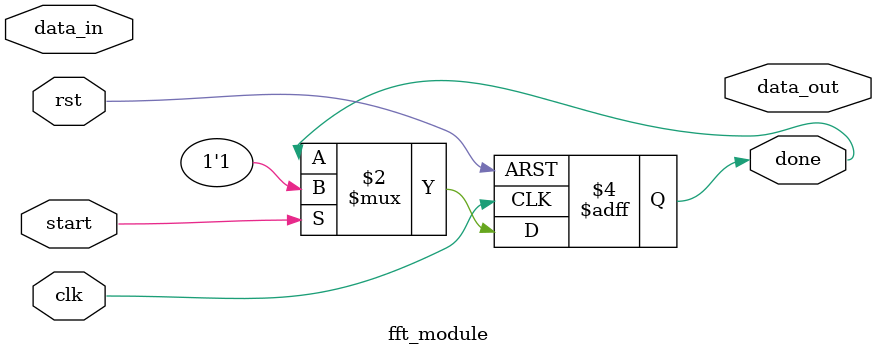
<source format=v>
module fft_module #(
    parameter DATA_WIDTH = 16,
    parameter FFT_POINTS = 1024
)(
    input clk,
    input rst,
    input start,
    input [DATA_WIDTH-1:0] data_in,
    output reg [DATA_WIDTH-1:0] data_out,
    output reg done
);
    // Implementation details would go here
    // This is a placeholder for the actual FFT logic
    always @(posedge clk or posedge rst) begin
        if(rst)
            done <= 0;
        else if(start) begin
            // Simulate FFT process
            // ...
            // After completion
            done <= 1;
        end
    end
    
    // Placeholder for data_out assignment based on FFT computation
    // ...
endmodule
</source>
